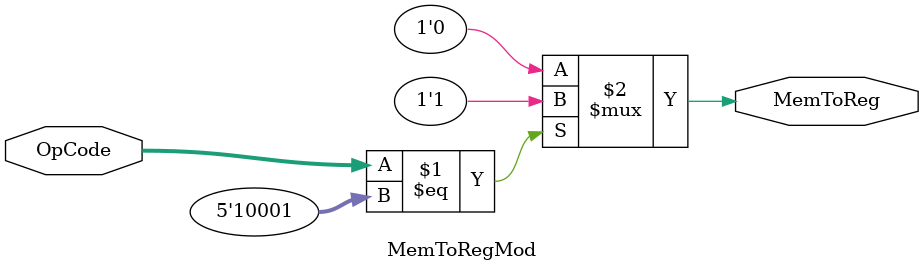
<source format=v>

module MemToRegMod (OpCode, MemToReg);

input [4:0]	OpCode;
output		MemToReg;

assign MemToReg = (OpCode == 5'b10001) ? 1'b1 : 1'b0;

endmodule

</source>
